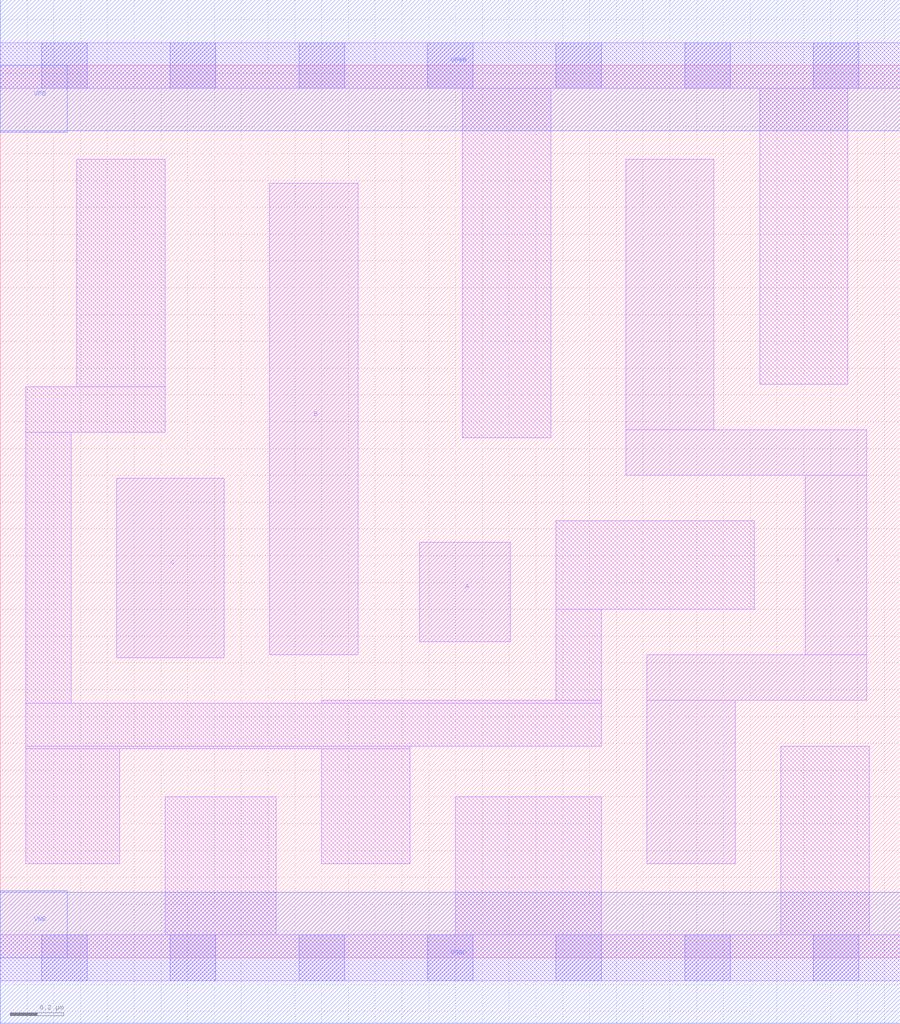
<source format=lef>
# Copyright 2020 The SkyWater PDK Authors
#
# Licensed under the Apache License, Version 2.0 (the "License");
# you may not use this file except in compliance with the License.
# You may obtain a copy of the License at
#
#     https://www.apache.org/licenses/LICENSE-2.0
#
# Unless required by applicable law or agreed to in writing, software
# distributed under the License is distributed on an "AS IS" BASIS,
# WITHOUT WARRANTIES OR CONDITIONS OF ANY KIND, either express or implied.
# See the License for the specific language governing permissions and
# limitations under the License.
#
# SPDX-License-Identifier: Apache-2.0

VERSION 5.5 ;
NAMESCASESENSITIVE ON ;
BUSBITCHARS "[]" ;
DIVIDERCHAR "/" ;
MACRO sky130_fd_sc_ms__or3_2
  CLASS CORE ;
  SOURCE USER ;
  ORIGIN  0.000000  0.000000 ;
  SIZE  3.360000 BY  3.330000 ;
  SYMMETRY X Y ;
  SITE unit ;
  PIN A
    ANTENNAGATEAREA  0.246000 ;
    DIRECTION INPUT ;
    USE SIGNAL ;
    PORT
      LAYER li1 ;
        RECT 1.565000 1.180000 1.905000 1.550000 ;
    END
  END A
  PIN B
    ANTENNAGATEAREA  0.246000 ;
    DIRECTION INPUT ;
    USE SIGNAL ;
    PORT
      LAYER li1 ;
        RECT 1.005000 1.130000 1.335000 2.890000 ;
    END
  END B
  PIN C
    ANTENNAGATEAREA  0.246000 ;
    DIRECTION INPUT ;
    USE SIGNAL ;
    PORT
      LAYER li1 ;
        RECT 0.435000 1.120000 0.835000 1.790000 ;
    END
  END C
  PIN X
    ANTENNADIFFAREA  0.543200 ;
    DIRECTION OUTPUT ;
    USE SIGNAL ;
    PORT
      LAYER li1 ;
        RECT 2.335000 1.800000 3.235000 1.970000 ;
        RECT 2.335000 1.970000 2.665000 2.980000 ;
        RECT 2.415000 0.350000 2.745000 0.960000 ;
        RECT 2.415000 0.960000 3.235000 1.130000 ;
        RECT 3.005000 1.130000 3.235000 1.800000 ;
    END
  END X
  PIN VGND
    DIRECTION INOUT ;
    USE GROUND ;
    PORT
      LAYER met1 ;
        RECT 0.000000 -0.245000 3.360000 0.245000 ;
    END
  END VGND
  PIN VNB
    DIRECTION INOUT ;
    USE GROUND ;
    PORT
      LAYER met1 ;
        RECT 0.000000 0.000000 0.250000 0.250000 ;
    END
  END VNB
  PIN VPB
    DIRECTION INOUT ;
    USE POWER ;
    PORT
      LAYER met1 ;
        RECT 0.000000 3.080000 0.250000 3.330000 ;
    END
  END VPB
  PIN VPWR
    DIRECTION INOUT ;
    USE POWER ;
    PORT
      LAYER met1 ;
        RECT 0.000000 3.085000 3.360000 3.575000 ;
    END
  END VPWR
  OBS
    LAYER li1 ;
      RECT 0.000000 -0.085000 3.360000 0.085000 ;
      RECT 0.000000  3.245000 3.360000 3.415000 ;
      RECT 0.095000  0.350000 0.445000 0.780000 ;
      RECT 0.095000  0.780000 1.530000 0.790000 ;
      RECT 0.095000  0.790000 2.245000 0.950000 ;
      RECT 0.095000  0.950000 0.265000 1.960000 ;
      RECT 0.095000  1.960000 0.615000 2.130000 ;
      RECT 0.285000  2.130000 0.615000 2.980000 ;
      RECT 0.615000  0.085000 1.030000 0.600000 ;
      RECT 1.200000  0.350000 1.530000 0.780000 ;
      RECT 1.200000  0.950000 2.245000 0.960000 ;
      RECT 1.700000  0.085000 2.245000 0.600000 ;
      RECT 1.725000  1.940000 2.055000 3.245000 ;
      RECT 2.075000  0.960000 2.245000 1.300000 ;
      RECT 2.075000  1.300000 2.815000 1.630000 ;
      RECT 2.835000  2.140000 3.165000 3.245000 ;
      RECT 2.915000  0.085000 3.245000 0.790000 ;
    LAYER mcon ;
      RECT 0.155000 -0.085000 0.325000 0.085000 ;
      RECT 0.155000  3.245000 0.325000 3.415000 ;
      RECT 0.635000 -0.085000 0.805000 0.085000 ;
      RECT 0.635000  3.245000 0.805000 3.415000 ;
      RECT 1.115000 -0.085000 1.285000 0.085000 ;
      RECT 1.115000  3.245000 1.285000 3.415000 ;
      RECT 1.595000 -0.085000 1.765000 0.085000 ;
      RECT 1.595000  3.245000 1.765000 3.415000 ;
      RECT 2.075000 -0.085000 2.245000 0.085000 ;
      RECT 2.075000  3.245000 2.245000 3.415000 ;
      RECT 2.555000 -0.085000 2.725000 0.085000 ;
      RECT 2.555000  3.245000 2.725000 3.415000 ;
      RECT 3.035000 -0.085000 3.205000 0.085000 ;
      RECT 3.035000  3.245000 3.205000 3.415000 ;
  END
END sky130_fd_sc_ms__or3_2

</source>
